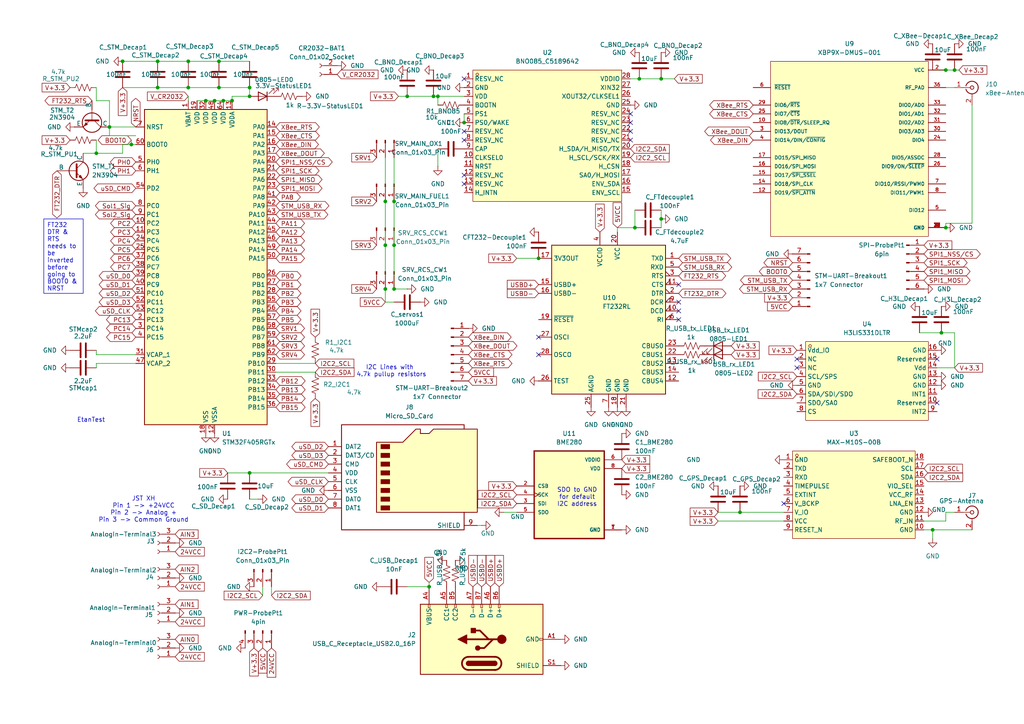
<source format=kicad_sch>
(kicad_sch (version 20250114) (generator "eeschema") (generator_version "9.0")
  (paper "A4")
  (text "EtanTest" (at 26.416 121.92 0) (effects (font (size 1.27 1.27))))
  (text "I2C Lines with \n4.7k pullup resistors" (at 113.538 107.696 0) (effects (font (size 1.27 1.27))))
  (text "JST XH\nPin 1 -> +24VCC\nPin 2 -> Analog +\nPin 3 -> Common Ground" (at 41.656 147.828 0) (effects (font (size 1.27 1.27))))
  (text "SDO to GND\nfor default\nI2C address" (at 167.386 144.272 0) (effects (font (size 1.27 1.27))))
  (text_box "FT232 DTR & RTS needs to be inverted before going to BOOT0 & NRST" (at 12.7 63.5 0) (size 11.43 21.59) (margins 0.9525 0.9525 0.9525 0.9525) (effects (font (size 1.27 1.27)) (justify left top)))
  (junction (at 127 27.94))
  (junction (at 214.63 148.59))
  (junction (at 63.5 25.4))
  (junction (at 114.3 58.42))
  (junction (at 59.69 29.21))
  (junction (at 72.39 25.4))
  (junction (at 72.39 27.94))
  (junction (at 64.77 29.21))
  (junction (at 67.31 29.21))
  (junction (at 156.21 74.93))
  (junction (at 274.32 20.32))
  (junction (at 111.76 83.82))
  (junction (at 184.15 66.04))
  (junction (at 114.3 71.12))
  (junction (at 54.61 17.78))
  (junction (at 63.5 17.78))
  (junction (at 270.51 153.67))
  (junction (at 72.39 137.16))
  (junction (at 134.62 35.56))
  (junction (at 118.11 27.94))
  (junction (at 62.23 29.21))
  (junction (at 185.42 22.86))
  (junction (at 111.76 58.42))
  (junction (at 31.75 36.83))
  (junction (at 191.77 63.5))
  (junction (at 191.77 22.86))
  (junction (at 45.72 17.78))
  (junction (at 27.94 44.45))
  (junction (at 38.1 41.91))
  (junction (at 111.76 71.12))
  (junction (at 124.46 170.18))
  (junction (at 273.05 96.52))
  (junction (at 54.61 25.4))
  (junction (at 274.32 66.04))
  (junction (at 35.56 17.78))
  (junction (at 125.73 27.94))
  (junction (at 276.86 20.32))
  (junction (at 45.72 25.4))
  (junction (at 114.3 83.82))
  (no_connect (at 196.85 92.71))
  (no_connect (at 156.21 97.79))
  (no_connect (at 134.62 50.8))
  (no_connect (at 182.88 40.64))
  (no_connect (at 271.78 104.14))
  (no_connect (at 134.62 40.64))
  (no_connect (at 182.88 38.1))
  (no_connect (at 134.62 53.34))
  (no_connect (at 182.88 33.02))
  (no_connect (at 182.88 35.56))
  (no_connect (at 231.14 104.14))
  (no_connect (at 196.85 82.55))
  (no_connect (at 134.62 22.86))
  (no_connect (at 271.78 116.84))
  (no_connect (at 134.62 38.1))
  (no_connect (at 227.33 146.05))
  (no_connect (at 196.85 87.63))
  (no_connect (at 196.85 90.17))
  (no_connect (at 156.21 102.87))
  (no_connect (at 231.14 106.68))
  (wire (pts (xy 91.44 105.41) (xy 80.01 105.41)))
  (wire (pts (xy 127 27.94) (xy 127 30.48)))
  (wire (pts (xy 134.62 33.02) (xy 134.62 35.56)))
  (wire (pts (xy 35.56 17.78) (xy 45.72 17.78)))
  (wire (pts (xy 45.72 25.4) (xy 54.61 25.4)))
  (wire (pts (xy 57.15 29.21) (xy 59.69 29.21)))
  (wire (pts (xy 138.43 152.4) (xy 139.7 152.4)))
  (wire (pts (xy 266.7 96.52) (xy 273.05 96.52)))
  (wire (pts (xy 24.13 44.45) (xy 27.94 44.45)))
  (wire (pts (xy 39.37 102.87) (xy 27.94 102.87)))
  (wire (pts (xy 27.94 40.64) (xy 27.94 44.45)))
  (wire (pts (xy 38.1 41.91) (xy 39.37 41.91)))
  (wire (pts (xy 179.07 66.04) (xy 179.07 67.31)))
  (wire (pts (xy 118.11 170.18) (xy 124.46 170.18)))
  (wire (pts (xy 27.94 105.41) (xy 39.37 105.41)))
  (wire (pts (xy 115.57 27.94) (xy 118.11 27.94)))
  (wire (pts (xy 185.42 22.86) (xy 191.77 22.86)))
  (wire (pts (xy 208.28 151.13) (xy 227.33 151.13)))
  (wire (pts (xy 274.32 25.4) (xy 276.86 25.4)))
  (wire (pts (xy 114.3 58.42) (xy 114.3 71.12)))
  (wire (pts (xy 149.86 74.93) (xy 156.21 74.93)))
  (wire (pts (xy 54.61 17.78) (xy 63.5 17.78)))
  (wire (pts (xy 114.3 45.72) (xy 114.3 58.42)))
  (wire (pts (xy 114.3 87.63) (xy 111.76 87.63)))
  (wire (pts (xy 276.86 96.52) (xy 276.86 106.68)))
  (wire (pts (xy 35.56 41.91) (xy 38.1 41.91)))
  (wire (pts (xy 281.94 64.77) (xy 274.32 64.77)))
  (wire (pts (xy 59.69 29.21) (xy 62.23 29.21)))
  (wire (pts (xy 274.32 148.59) (xy 274.32 151.13)))
  (wire (pts (xy 27.94 101.6) (xy 27.94 102.87)))
  (wire (pts (xy 111.76 71.12) (xy 111.76 83.82)))
  (wire (pts (xy 62.23 29.21) (xy 64.77 29.21)))
  (wire (pts (xy 118.11 27.94) (xy 125.73 27.94)))
  (wire (pts (xy 35.56 25.4) (xy 45.72 25.4)))
  (wire (pts (xy 191.77 63.5) (xy 191.77 66.04)))
  (wire (pts (xy 127 48.26) (xy 127 43.18)))
  (wire (pts (xy 184.15 66.04) (xy 179.07 66.04)))
  (wire (pts (xy 274.32 151.13) (xy 267.97 151.13)))
  (wire (pts (xy 64.77 29.21) (xy 67.31 29.21)))
  (wire (pts (xy 273.05 96.52) (xy 276.86 96.52)))
  (wire (pts (xy 66.04 137.16) (xy 72.39 137.16)))
  (wire (pts (xy 72.39 27.94) (xy 67.31 27.94)))
  (wire (pts (xy 45.72 17.78) (xy 54.61 17.78)))
  (wire (pts (xy 35.56 44.45) (xy 35.56 41.91)))
  (wire (pts (xy 278.13 20.32) (xy 276.86 20.32)))
  (wire (pts (xy 38.1 40.64) (xy 38.1 41.91)))
  (wire (pts (xy 76.2 170.18) (xy 76.2 172.72)))
  (wire (pts (xy 72.39 137.16) (xy 95.25 137.16)))
  (wire (pts (xy 127 27.94) (xy 134.62 27.94)))
  (wire (pts (xy 27.94 44.45) (xy 35.56 44.45)))
  (wire (pts (xy 63.5 17.78) (xy 72.39 17.78)))
  (wire (pts (xy 191.77 60.96) (xy 191.77 63.5)))
  (wire (pts (xy 111.76 45.72) (xy 111.76 58.42)))
  (wire (pts (xy 146.05 148.59) (xy 149.86 148.59)))
  (wire (pts (xy 27.94 29.21) (xy 31.75 29.21)))
  (wire (pts (xy 39.37 39.37) (xy 31.75 39.37)))
  (wire (pts (xy 31.75 29.21) (xy 31.75 36.83)))
  (wire (pts (xy 184.15 60.96) (xy 184.15 66.04)))
  (wire (pts (xy 125.73 27.94) (xy 127 27.94)))
  (wire (pts (xy 182.88 22.86) (xy 185.42 22.86)))
  (wire (pts (xy 78.74 170.18) (xy 78.74 172.72)))
  (wire (pts (xy 54.61 27.94) (xy 54.61 29.21)))
  (wire (pts (xy 111.76 58.42) (xy 111.76 71.12)))
  (wire (pts (xy 72.39 144.78) (xy 74.93 144.78)))
  (wire (pts (xy 114.3 71.12) (xy 114.3 83.82)))
  (wire (pts (xy 274.32 64.77) (xy 274.32 66.04)))
  (wire (pts (xy 111.76 87.63) (xy 111.76 83.82)))
  (wire (pts (xy 72.39 25.4) (xy 72.39 27.94)))
  (wire (pts (xy 276.86 106.68) (xy 271.78 106.68)))
  (wire (pts (xy 67.31 27.94) (xy 67.31 29.21)))
  (wire (pts (xy 270.51 153.67) (xy 270.51 156.21)))
  (wire (pts (xy 91.44 107.95) (xy 80.01 107.95)))
  (wire (pts (xy 39.37 36.83) (xy 31.75 36.83)))
  (wire (pts (xy 270.51 20.32) (xy 274.32 20.32)))
  (wire (pts (xy 27.94 105.41) (xy 27.94 106.68)))
  (wire (pts (xy 27.94 25.4) (xy 27.94 29.21)))
  (wire (pts (xy 118.11 83.82) (xy 114.3 83.82)))
  (wire (pts (xy 267.97 153.67) (xy 270.51 153.67)))
  (wire (pts (xy 214.63 148.59) (xy 227.33 148.59)))
  (wire (pts (xy 63.5 25.4) (xy 72.39 25.4)))
  (wire (pts (xy 31.75 39.37) (xy 31.75 36.83)))
  (wire (pts (xy 276.86 20.32) (xy 274.32 20.32)))
  (wire (pts (xy 54.61 25.4) (xy 63.5 25.4)))
  (wire (pts (xy 274.32 148.59) (xy 276.86 148.59)))
  (wire (pts (xy 124.46 168.91) (xy 124.46 170.18)))
  (wire (pts (xy 281.94 30.48) (xy 281.94 64.77)))
  (wire (pts (xy 195.58 22.86) (xy 191.77 22.86)))
  (wire (pts (xy 208.28 148.59) (xy 214.63 148.59)))
  (wire (pts (xy 270.51 153.67) (xy 281.94 153.67)))
  (global_label "BOOT0" (shape bidirectional) (at 38.1 40.64 180) (property "Intersheetrefs" "${INTERSHEET_REFS}" (effects (hide yes))))
  (global_label "5VCC" (shape input) (at 229.87 88.9 180) (property "Intersheetrefs" "${INTERSHEET_REFS}" (effects (hide yes))))
  (global_label "PC2" (shape bidirectional) (at 39.37 64.77 180) (property "Intersheetrefs" "${INTERSHEET_REFS}" (effects (hide yes))))
  (global_label "V+3.3" (shape input) (at 20.32 40.64 180) (property "Intersheetrefs" "${INTERSHEET_REFS}" (effects (hide yes))))
  (global_label "XBee_RTS" (shape bidirectional) (at 80.01 36.83 0) (property "Intersheetrefs" "${INTERSHEET_REFS}" (effects (hide yes))))
  (global_label "AIN1" (shape input) (at 50.8 175.26 0) (property "Intersheetrefs" "${INTERSHEET_REFS}" (effects (hide yes))))
  (global_label "I2C2_SCL" (shape input) (at 91.44 105.41 0) (property "Intersheetrefs" "${INTERSHEET_REFS}" (effects (hide yes))))
  (global_label "PC4" (shape bidirectional) (at 39.37 69.85 180) (property "Intersheetrefs" "${INTERSHEET_REFS}" (effects (hide yes))))
  (global_label "SRV4" (shape bidirectional) (at 80.01 102.87 0) (property "Intersheetrefs" "${INTERSHEET_REFS}" (effects (hide yes))))
  (global_label "uSD_D2" (shape bidirectional) (at 39.37 85.09 180) (property "Intersheetrefs" "${INTERSHEET_REFS}" (effects (hide yes))))
  (global_label "PA13" (shape bidirectional) (at 80.01 69.85 0) (property "Intersheetrefs" "${INTERSHEET_REFS}" (effects (hide yes))))
  (global_label "FT232_DTR" (shape bidirectional) (at 196.85 85.09 0) (property "Intersheetrefs" "${INTERSHEET_REFS}" (effects (hide yes))))
  (global_label "XBee_DOUT" (shape bidirectional) (at 135.89 100.33 0) (property "Intersheetrefs" "${INTERSHEET_REFS}" (effects (hide yes))))
  (global_label "USBD+" (shape input) (at 142.24 170.18 90) (property "Intersheetrefs" "${INTERSHEET_REFS}" (effects (hide yes))))
  (global_label "PC5" (shape bidirectional) (at 39.37 72.39 180) (property "Intersheetrefs" "${INTERSHEET_REFS}" (effects (hide yes))))
  (global_label "V+3.3" (shape input) (at 267.97 71.12 0) (property "Intersheetrefs" "${INTERSHEET_REFS}" (effects (hide yes))))
  (global_label "V+3.3" (shape input) (at 91.44 97.79 90) (property "Intersheetrefs" "${INTERSHEET_REFS}" (effects (hide yes))))
  (global_label "STM_USB_TX" (shape bidirectional) (at 80.01 62.23 0) (property "Intersheetrefs" "${INTERSHEET_REFS}" (effects (hide yes))))
  (global_label "uSD_CLK" (shape bidirectional) (at 95.25 139.7 180) (property "Intersheetrefs" "${INTERSHEET_REFS}" (effects (hide yes))))
  (global_label "V+3.3" (shape input) (at 180.34 133.35 0) (property "Intersheetrefs" "${INTERSHEET_REFS}" (effects (hide yes))))
  (global_label "STM_USB_RX" (shape bidirectional) (at 80.01 59.69 0) (property "Intersheetrefs" "${INTERSHEET_REFS}" (effects (hide yes))))
  (global_label "PB3" (shape bidirectional) (at 80.01 87.63 0) (property "Intersheetrefs" "${INTERSHEET_REFS}" (effects (hide yes))))
  (global_label "V+3.3" (shape input) (at 73.66 187.96 270) (property "Intersheetrefs" "${INTERSHEET_REFS}" (effects (hide yes))))
  (global_label "NRST" (shape bidirectional) (at 229.87 76.2 180) (property "Intersheetrefs" "${INTERSHEET_REFS}" (effects (hide yes))))
  (global_label "uSD_CMD" (shape bidirectional) (at 39.37 54.61 180) (property "Intersheetrefs" "${INTERSHEET_REFS}" (effects (hide yes))))
  (global_label "V+3.3" (shape input) (at 35.56 25.4 270) (property "Intersheetrefs" "${INTERSHEET_REFS}" (effects (hide yes))))
  (global_label "PB0" (shape bidirectional) (at 80.01 80.01 0) (property "Intersheetrefs" "${INTERSHEET_REFS}" (effects (hide yes))))
  (global_label "SRV2" (shape input) (at 109.22 58.42 180) (property "Intersheetrefs" "${INTERSHEET_REFS}" (effects (hide yes))))
  (global_label "24VCC" (shape input) (at 50.8 190.5 0) (property "Intersheetrefs" "${INTERSHEET_REFS}" (effects (hide yes))))
  (global_label "V+3.3" (shape input) (at 115.57 27.94 180) (property "Intersheetrefs" "${INTERSHEET_REFS}" (effects (hide yes))))
  (global_label "PC7" (shape bidirectional) (at 39.37 77.47 180) (property "Intersheetrefs" "${INTERSHEET_REFS}" (effects (hide yes))))
  (global_label "SPI1_SCK" (shape bidirectional) (at 267.97 76.2 0) (property "Intersheetrefs" "${INTERSHEET_REFS}" (effects (hide yes))))
  (global_label "PC6" (shape bidirectional) (at 39.37 74.93 180) (property "Intersheetrefs" "${INTERSHEET_REFS}" (effects (hide yes))))
  (global_label "5VCC" (shape input) (at 124.46 168.91 90) (property "Intersheetrefs" "${INTERSHEET_REFS}" (effects (hide yes))))
  (global_label "PB5" (shape bidirectional) (at 80.01 92.71 0) (property "Intersheetrefs" "${INTERSHEET_REFS}" (effects (hide yes))))
  (global_label "USBD-" (shape input) (at 137.16 170.18 90) (property "Intersheetrefs" "${INTERSHEET_REFS}" (effects (hide yes))))
  (global_label "V+3.3" (shape input) (at 135.89 110.49 0) (property "Intersheetrefs" "${INTERSHEET_REFS}" (effects (hide yes))))
  (global_label "SPI1_NSS{slash}CS" (shape bidirectional) (at 267.97 73.66 0) (property "Intersheetrefs" "${INTERSHEET_REFS}" (effects (hide yes))))
  (global_label "V+3.3" (shape input) (at 208.28 151.13 180) (property "Intersheetrefs" "${INTERSHEET_REFS}" (effects (hide yes))))
  (global_label "V+3.3" (shape input) (at 212.09 102.87 0) (property "Intersheetrefs" "${INTERSHEET_REFS}" (effects (hide yes))))
  (global_label "STM_USB_RX" (shape bidirectional) (at 196.85 77.47 0) (property "Intersheetrefs" "${INTERSHEET_REFS}" (effects (hide yes))))
  (global_label "PB4" (shape bidirectional) (at 80.01 90.17 0) (property "Intersheetrefs" "${INTERSHEET_REFS}" (effects (hide yes))))
  (global_label "24VCC" (shape input) (at 50.8 160.02 0) (property "Intersheetrefs" "${INTERSHEET_REFS}" (effects (hide yes))))
  (global_label "I2C2_SDA" (shape input) (at 78.74 172.72 0) (property "Intersheetrefs" "${INTERSHEET_REFS}" (effects (hide yes))))
  (global_label "SRV1" (shape input) (at 109.22 45.72 180) (property "Intersheetrefs" "${INTERSHEET_REFS}" (effects (hide yes))))
  (global_label "V+3.3" (shape input) (at 173.99 67.31 90) (property "Intersheetrefs" "${INTERSHEET_REFS}" (effects (hide yes))))
  (global_label "uSD_D0" (shape bidirectional) (at 39.37 80.01 180) (property "Intersheetrefs" "${INTERSHEET_REFS}" (effects (hide yes))))
  (global_label "uSD_CLK" (shape bidirectional) (at 39.37 90.17 180) (property "Intersheetrefs" "${INTERSHEET_REFS}" (effects (hide yes))))
  (global_label "V+3.3" (shape input) (at 149.86 74.93 180) (property "Intersheetrefs" "${INTERSHEET_REFS}" (effects (hide yes))))
  (global_label "24VCC" (shape input) (at 50.8 170.18 0) (property "Intersheetrefs" "${INTERSHEET_REFS}" (effects (hide yes))))
  (global_label "V+3.3" (shape input) (at 276.86 106.68 0) (property "Intersheetrefs" "${INTERSHEET_REFS}" (effects (hide yes))))
  (global_label "I2C2_SCL" (shape input) (at 76.2 172.72 180) (property "Intersheetrefs" "${INTERSHEET_REFS}" (effects (hide yes))))
  (global_label "SRV3" (shape bidirectional) (at 80.01 100.33 0) (property "Intersheetrefs" "${INTERSHEET_REFS}" (effects (hide yes))))
  (global_label "PH0" (shape bidirectional) (at 39.37 46.99 180) (property "Intersheetrefs" "${INTERSHEET_REFS}" (effects (hide yes))))
  (global_label "uSD_D2" (shape bidirectional) (at 95.25 129.54 180) (property "Intersheetrefs" "${INTERSHEET_REFS}" (effects (hide yes))))
  (global_label "I2C2_SCL" (shape input) (at 231.14 109.22 180) (property "Intersheetrefs" "${INTERSHEET_REFS}" (effects (hide yes))))
  (global_label "I2C2_SCL" (shape input) (at 182.88 45.72 0) (property "Intersheetrefs" "${INTERSHEET_REFS}" (effects (hide yes))))
  (global_label "SRV1" (shape bidirectional) (at 80.01 95.25 0) (property "Intersheetrefs" "${INTERSHEET_REFS}" (effects (hide yes))))
  (global_label "I2C2_SCL" (shape input) (at 267.97 135.89 0) (property "Intersheetrefs" "${INTERSHEET_REFS}" (effects (hide yes))))
  (global_label "FT232_RTS" (shape bidirectional) (at 196.85 80.01 0) (property "Intersheetrefs" "${INTERSHEET_REFS}" (effects (hide yes))))
  (global_label "PA15" (shape bidirectional) (at 80.01 74.93 0) (property "Intersheetrefs" "${INTERSHEET_REFS}" (effects (hide yes))))
  (global_label "XBee_RTS" (shape bidirectional) (at 135.89 105.41 0) (property "Intersheetrefs" "${INTERSHEET_REFS}" (effects (hide yes))))
  (global_label "STM_USB_TX" (shape bidirectional) (at 229.87 81.28 180) (property "Intersheetrefs" "${INTERSHEET_REFS}" (effects (hide yes))))
  (global_label "STM_USB_RX" (shape bidirectional) (at 229.87 83.82 180) (property "Intersheetrefs" "${INTERSHEET_REFS}" (effects (hide yes))))
  (global_label "Sol1_Sig" (shape bidirectional) (at 39.37 59.69 180) (property "Intersheetrefs" "${INTERSHEET_REFS}" (effects (hide yes))))
  (global_label "V+3.3" (shape input) (at 180.34 135.89 0) (property "Intersheetrefs" "${INTERSHEET_REFS}" (effects (hide yes))))
  (global_label "I2C2_SCL" (shape input) (at 149.86 143.51 180) (property "Intersheetrefs" "${INTERSHEET_REFS}" (effects (hide yes))))
  (global_label "PB15" (shape bidirectional) (at 80.01 118.11 0) (property "Intersheetrefs" "${INTERSHEET_REFS}" (effects (hide yes))))
  (global_label "XBee_CTS" (shape bidirectional) (at 135.89 102.87 0) (property "Intersheetrefs" "${INTERSHEET_REFS}" (effects (hide yes))))
  (global_label "I2C2_SDA" (shape input) (at 267.97 138.43 0) (property "Intersheetrefs" "${INTERSHEET_REFS}" (effects (hide yes))))
  (global_label "V+3.3" (shape input) (at 231.14 101.6 180) (property "Intersheetrefs" "${INTERSHEET_REFS}" (effects (hide yes))))
  (global_label "XBee_CTS" (shape bidirectional) (at 218.44 33.02 180) (property "Intersheetrefs" "${INTERSHEET_REFS}" (effects (hide yes))))
  (global_label "5VCC" (shape input) (at 76.2 187.96 270) (property "Intersheetrefs" "${INTERSHEET_REFS}" (effects (hide yes))))
  (global_label "V+3.3" (shape input) (at 195.58 22.86 0) (property "Intersheetrefs" "${INTERSHEET_REFS}" (effects (hide yes))))
  (global_label "USBD+" (shape input) (at 144.78 170.18 90) (property "Intersheetrefs" "${INTERSHEET_REFS}" (effects (hide yes))))
  (global_label "AIN3" (shape input) (at 50.8 154.94 0) (property "Intersheetrefs" "${INTERSHEET_REFS}" (effects (hide yes))))
  (global_label "V+3.3" (shape input) (at 91.44 115.57 270) (property "Intersheetrefs" "${INTERSHEET_REFS}" (effects (hide yes))))
  (global_label "PB12" (shape bidirectional) (at 80.01 110.49 0) (property "Intersheetrefs" "${INTERSHEET_REFS}" (effects (hide yes))))
  (global_label "V+3.3" (shape input) (at 208.28 148.59 180) (property "Intersheetrefs" "${INTERSHEET_REFS}" (effects (hide yes))))
  (global_label "PB2" (shape bidirectional) (at 80.01 85.09 0) (property "Intersheetrefs" "${INTERSHEET_REFS}" (effects (hide yes))))
  (global_label "SPI1_MISO" (shape bidirectional) (at 80.01 52.07 0) (property "Intersheetrefs" "${INTERSHEET_REFS}" (effects (hide yes))))
  (global_label "XBee_DOUT" (shape bidirectional) (at 80.01 44.45 0) (property "Intersheetrefs" "${INTERSHEET_REFS}" (effects (hide yes))))
  (global_label "24VCC" (shape input) (at 50.8 180.34 0) (property "Intersheetrefs" "${INTERSHEET_REFS}" (effects (hide yes))))
  (global_label "I2C2_SDA" (shape input) (at 231.14 114.3 180) (property "Intersheetrefs" "${INTERSHEET_REFS}" (effects (hide yes))))
  (global_label "PB1" (shape bidirectional) (at 80.01 82.55 0) (property "Intersheetrefs" "${INTERSHEET_REFS}" (effects (hide yes))))
  (global_label "PA11" (shape bidirectional) (at 80.01 64.77 0) (property "Intersheetrefs" "${INTERSHEET_REFS}" (effects (hide yes))))
  (global_label "V+3.3" (shape input) (at 66.04 137.16 180) (property "Intersheetrefs" "${INTERSHEET_REFS}" (effects (hide yes))))
  (global_label "V_CR2032" (shape input) (at 54.61 27.94 180) (property "Intersheetrefs" "${INTERSHEET_REFS}" (effects (hide yes))))
  (global_label "uSD_D1" (shape bidirectional) (at 39.37 82.55 180) (property "Intersheetrefs" "${INTERSHEET_REFS}" (effects (hide yes))))
  (global_label "SPI1_MOSI" (shape bidirectional) (at 267.97 81.28 0) (property "Intersheetrefs" "${INTERSHEET_REFS}" (effects (hide yes))))
  (global_label "NRST" (shape bidirectional) (at 39.37 36.83 90) (property "Intersheetrefs" "${INTERSHEET_REFS}" (effects (hide yes))))
  (global_label "XBee_DIN" (shape bidirectional) (at 218.44 40.64 180) (property "Intersheetrefs" "${INTERSHEET_REFS}" (effects (hide yes))))
  (global_label "PA14" (shape bidirectional) (at 80.01 72.39 0) (property "Intersheetrefs" "${INTERSHEET_REFS}" (effects (hide yes))))
  (global_label "STM_USB_TX" (shape bidirectional) (at 196.85 74.93 0) (property "Intersheetrefs" "${INTERSHEET_REFS}" (effects (hide yes))))
  (global_label "uSD_CMD" (shape bidirectional) (at 95.25 134.62 180) (property "Intersheetrefs" "${INTERSHEET_REFS}" (effects (hide yes))))
  (global_label "I2C2_SDA" (shape input) (at 182.88 43.18 0) (property "Intersheetrefs" "${INTERSHEET_REFS}" (effects (hide yes))))
  (global_label "SPI1_MISO" (shape bidirectional) (at 267.97 78.74 0) (property "Intersheetrefs" "${INTERSHEET_REFS}" (effects (hide yes))))
  (global_label "SPI1_SCK" (shape bidirectional) (at 80.01 49.53 0) (property "Intersheetrefs" "${INTERSHEET_REFS}" (effects (hide yes))))
  (global_label "V_CR2032" (shape input) (at 97.79 21.59 0) (property "Intersheetrefs" "${INTERSHEET_REFS}" (effects (hide yes))))
  (global_label "BOOT0" (shape bidirectional) (at 229.87 78.74 180) (property "Intersheetrefs" "${INTERSHEET_REFS}" (effects (hide yes))))
  (global_label "5VCC" (shape input) (at 179.07 66.04 90) (property "Intersheetrefs" "${INTERSHEET_REFS}" (effects (hide yes))))
  (global_label "SPI1_MOSI" (shape bidirectional) (at 80.01 54.61 0) (property "Intersheetrefs" "${INTERSHEET_REFS}" (effects (hide yes))))
  (global_label "PC15" (shape bidirectional) (at 39.37 97.79 180) (property "Intersheetrefs" "${INTERSHEET_REFS}" (effects (hide yes))))
  (global_label "AIN0" (shape input) (at 50.8 185.42 0) (property "Intersheetrefs" "${INTERSHEET_REFS}" (effects (hide yes))))
  (global_label "FT232_DTR" (shape bidirectional) (at 16.51 49.53 270) (property "Intersheetrefs" "${INTERSHEET_REFS}" (effects (hide yes))))
  (global_label "V+3.3" (shape input) (at 149.86 140.97 180) (property "Intersheetrefs" "${INTERSHEET_REFS}" (effects (hide yes))))
  (global_label "I2C2_SDA" (shape input) (at 149.86 146.05 180) (property "Intersheetrefs" "${INTERSHEET_REFS}" (effects (hide yes))))
  (global_label "PB13" (shape bidirectional) (at 80.01 113.03 0) (property "Intersheetrefs" "${INTERSHEET_REFS}" (effects (hide yes))))
  (global_label "V+3.3" (shape input) (at 229.87 86.36 180) (property "Intersheetrefs" "${INTERSHEET_REFS}" (effects (hide yes))))
  (global_label "uSD_D3" (shape bidirectional) (at 39.37 87.63 180) (property "Intersheetrefs" "${INTERSHEET_REFS}" (effects (hide yes))))
  (global_label "USBD-" (shape input) (at 156.21 85.09 180) (property "Intersheetrefs" "${INTERSHEET_REFS}" (effects (hide yes))))
  (global_label "USBD+" (shape input) (at 156.21 82.55 180) (property "Intersheetrefs" "${INTERSHEET_REFS}" (effects (hide yes))))
  (global_label "5VCC" (shape input) (at 135.89 107.95 0) (property "Intersheetrefs" "${INTERSHEET_REFS}" (effects (hide yes))))
  (global_label "FT232_RTS" (shape bidirectional) (at 26.67 29.21 180) (property "Intersheetrefs" "${INTERSHEET_REFS}" (effects (hide yes))))
  (global_label "V+3.3" (shape input) (at 20.32 25.4 180) (property "Intersheetrefs" "${INTERSHEET_REFS}" (effects (hide yes))))
  (global_label "PC13" (shape bidirectional) (at 39.37 92.71 180) (property "Intersheetrefs" "${INTERSHEET_REFS}" (effects (hide yes))))
  (global_label "V+3.3" (shape input) (at 212.09 100.33 0) (property "Intersheetrefs" "${INTERSHEET_REFS}" (effects (hide yes))))
  (global_label "5VCC" (shape input) (at 111.76 87.63 180) (property "Intersheetrefs" "${INTERSHEET_REFS}" (effects (hide yes))))
  (global_label "24VCC" (shape input) (at 78.74 187.96 270) (property "Intersheetrefs" "${INTERSHEET_REFS}" (effects (hide yes))))
  (global_label "uSD_D0" (shape bidirectional) (at 95.25 144.78 180) (property "Intersheetrefs" "${INTERSHEET_REFS}" (effects (hide yes))))
  (global_label "XBee_DIN" (shape bidirectional) (at 135.89 97.79 0) (property "Intersheetrefs" "${INTERSHEET_REFS}" (effects (hide yes))))
  (global_label "uSD_D3" (shape bidirectional) (at 95.25 132.08 180) (property "Intersheetrefs" "${INTERSHEET_REFS}" (effects (hide yes))))
  (global_label "XBee_RTS" (shape bidirectional) (at 218.44 30.48 180) (property "Intersheetrefs" "${INTERSHEET_REFS}" (effects (hide yes))))
  (global_label "XBee_CTS" (shape bidirectional) (at 80.01 39.37 0) (property "Intersheetrefs" "${INTERSHEET_REFS}" (effects (hide yes))))
  (global_label "SRV4" (shape input) (at 109.22 83.82 180) (property "Intersheetrefs" "${INTERSHEET_REFS}" (effects (hide yes))))
  (global_label "USBD-" (shape input) (at 139.7 170.18 90) (property "Intersheetrefs" "${INTERSHEET_REFS}" (effects (hide yes))))
  (global_label "SRV3" (shape input) (at 109.22 71.12 180) (property "Intersheetrefs" "${INTERSHEET_REFS}" (effects (hide yes))))
  (global_label "PA12" (shape bidirectional) (at 80.01 67.31 0) (property "Intersheetrefs" "${INTERSHEET_REFS}" (effects (hide yes))))
  (global_label "SRV2" (shape bidirectional) (at 80.01 97.79 0) (property "Intersheetrefs" "${INTERSHEET_REFS}" (effects (hide yes))))
  (global_label "PH1" (shape bidirectional) (at 39.37 49.53 180) (property "Intersheetrefs" "${INTERSHEET_REFS}" (effects (hide yes))))
  (global_label "XBee_DIN" (shape bidirectional) (at 80.01 41.91 0) (property "Intersheetrefs" "${INTERSHEET_REFS}" (effects (hide yes))))
  (global_label "PA8" (shape bidirectional) (at 80.01 57.15 0) (property "Intersheetrefs" "${INTERSHEET_REFS}" (effects (hide yes))))
  (global_label "V+3.3" (shape input) (at 278.13 20.32 0) (property "Intersheetrefs" "${INTERSHEET_REFS}" (effects (hide yes))))
  (global_label "I2C2_SDA" (shape input) (at 91.44 107.95 0) (property "Intersheetrefs" "${INTERSHEET_REFS}" (effects (hide yes))))
  (global_label "Sol2_Sig" (shape bidirectional) (at 39.37 62.23 180) (property "Intersheetrefs" "${INTERSHEET_REFS}" (effects (hide yes))))
  (global_label "SPI1_NSS{slash}CS" (shape bidirectional) (at 80.01 46.99 0) (property "Intersheetrefs" "${INTERSHEET_REFS}" (effects (hide yes))))
  (global_label "AIN2" (shape input) (at 50.8 165.1 0) (property "Intersheetrefs" "${INTERSHEET_REFS}" (effects (hide yes))))
  (global_label "PB14" (shape bidirectional) (at 80.01 115.57 0) (property "Intersheetrefs" "${INTERSHEET_REFS}" (effects (hide yes))))
  (global_label "PC14" (shape bidirectional) (at 39.37 95.25 180) (property "Intersheetrefs" "${INTERSHEET_REFS}" (effects (hide yes))))
  (global_label "PC3" (shape bidirectional) (at 39.37 67.31 180) (property "Intersheetrefs" "${INTERSHEET_REFS}" (effects (hide yes))))
  (global_label "XBee_DOUT" (shape bidirectional) (at 218.44 38.1 180) (property "Intersheetrefs" "${INTERSHEET_REFS}" (effects (hide yes))))
  (global_label "uSD_D1" (shape bidirectional) (at 95.25 147.32 180) (property "Intersheetrefs" "${INTERSHEET_REFS}" (effects (hide yes))))
  (symbol (lib_id "power:GND") (at 180.34 143.51 90) (unit 1)
    (property "Reference" "#PWR049" (effects (hide yes)))
    (property "Value" "GND" (at 184.15 143.5099 90) (effects (justify right)))
    (property "Description" "Power symbol creates a global label with name \"GND\" , ground" (effects (hide yes)))
  )
  (symbol (lib_id "Device:C") (at 214.63 144.78 0) (unit 1)
    (property "Reference" "C_GPS_Decap2" (at 212.344 138.938 0) (effects (justify left)))
    (property "Value" "100nF" (at 217.932 142.494 0) (effects (justify left)))
    (property "Footprint" "Capacitor_SMD:C_0603_1608Metric_Pad1.08x0.95mm_HandSolder" (effects (hide yes)))
    (property "Description" "Unpolarized capacitor" (effects (hide yes)))
  )
  (symbol (lib_id "Device:C") (at 72.39 140.97 180) (unit 1)
    (property "Reference" "C_SD_Decap2" (at 83.82 147.066 0) (effects (justify left)))
    (property "Value" "10uF" (at 79.502 140.97 0) (effects (justify left)))
    (property "Footprint" "Capacitor_SMD:C_0603_1608Metric_Pad1.08x0.95mm_HandSolder" (effects (hide yes)))
    (property "Description" "Unpolarized capacitor" (effects (hide yes)))
  )
  (symbol (lib_id "power:GND") (at 182.88 30.48 90) (unit 1)
    (property "Reference" "#PWR016" (effects (hide yes)))
    (property "Value" "GND" (at 186.69 30.4799 90) (effects (justify right)))
    (property "Description" "Power symbol creates a global label with name \"GND\" , ground" (effects (hide yes)))
  )
  (symbol (lib_id "power:GND") (at 273.05 88.9 90) (unit 1)
    (property "Reference" "#PWR060" (effects (hide yes)))
    (property "Value" "GND" (at 276.86 88.8999 90) (effects (justify right)))
    (property "Description" "Power symbol creates a global label with name \"GND\" , ground" (effects (hide yes)))
  )
  (symbol (lib_id "power:GND") (at 87.63 27.94 90) (unit 1)
    (property "Reference" "#PWR043" (effects (hide yes)))
    (property "Value" "GND" (at 91.44 27.9399 90) (effects (justify right)))
    (property "Description" "Power symbol creates a global label with name \"GND\" , ground" (effects (hide yes)))
  )
  (symbol (lib_id "power:GND") (at 274.32 66.04 90) (unit 1)
    (property "Reference" "#PWR028" (effects (hide yes)))
    (property "Value" "GND" (at 278.13 66.0399 90) (effects (justify right)))
    (property "Description" "Power symbol creates a global label with name \"GND\" , ground" (effects (hide yes)))
  )
  (symbol (lib_id "Device:C") (at 187.96 60.96 90) (unit 1)
    (property "Reference" "C_FTdecouple1" (at 194.31 57.15 90))
    (property "Value" "100nF" (at 194.31 59.69 90))
    (property "Footprint" "Capacitor_SMD:C_0805_2012Metric_Pad1.18x1.45mm_HandSolder" (effects (hide yes)))
    (property "Description" "Unpolarized capacitor" (effects (hide yes)))
  )
  (symbol (lib_id "Device:C") (at 66.04 140.97 180) (unit 1)
    (property "Reference" "C_SD_Decap1" (at 68.326 146.812 0) (effects (justify left)))
    (property "Value" "100nF" (at 63.246 141.224 0) (effects (justify left)))
    (property "Footprint" "Capacitor_SMD:C_0603_1608Metric_Pad1.08x0.95mm_HandSolder" (effects (hide yes)))
    (property "Description" "Unpolarized capacitor" (effects (hide yes)))
  )
  (symbol (lib_id "Device:C") (at 35.56 21.59 0) (unit 1)
    (property "Reference" "C_STM_Decap1" (at 28.702 13.716 0) (effects (justify left)))
    (property "Value" "100nF" (at 30.734 21.59 0) (effects (justify left)))
    (property "Footprint" "Capacitor_SMD:C_0603_1608Metric_Pad1.08x0.95mm_HandSolder" (effects (hide yes)))
    (property "Description" "Unpolarized capacitor" (effects (hide yes)))
  )
  (symbol (lib_id "Connector:Conn_Coaxial") (at 281.94 148.59 0) (unit 1)
    (property "Reference" "J7" (at 281.94 143.764 0))
    (property "Value" "GPS-Antenna" (at 278.892 145.288 0))
    (property "Footprint" "Connector_Coaxial:SMA_Amphenol_901-144_Vertical" (effects (hide yes)))
    (property "Description" "coaxial connector (BNC, SMA, SMB, SMC, Cinch/RCA, LEMO, ...)" (effects (hide yes)))
    (property "MF" "Molex" (effects (hide yes)))
    (property "MAXIMUM_PACKAGE_HEIGHT" "9.655mm" (effects (hide yes)))
    (property "Package" "None" (effects (hide yes)))
    (property "Price" "None" (effects (hide yes)))
    (property "Check_prices" "https://www.snapeda.com/parts/732511350/Molex/view-part/?ref=eda" (effects (hide yes)))
    (property "STANDARD" "Manufacturer Recommendations" (effects (hide yes)))
    (property "PARTREV" "C4" (effects (hide yes)))
    (property "SnapEDA_Link" "https://www.snapeda.com/parts/732511350/Molex/view-part/?ref=snap" (effects (hide yes)))
    (property "MP" "732511350" (effects (hide yes)))
    (property "Description_1" "SMA Connector Jack, Female Socket 50 Ohms Surface Mount Solder" (effects (hide yes)))
    (property "Availability" "In Stock" (effects (hide yes)))
    (property "MANUFACTURER" "Molex" (effects (hide yes)))
  )
  (symbol (lib_id "Device:C") (at 180.34 129.54 0) (unit 1)
    (property "Reference" "C1_BME280" (at 184.15 128.2699 0) (effects (justify left)))
    (property "Value" "100nF" (at 184.15 130.8099 0) (effects (justify left)))
    (property "Footprint" "Capacitor_SMD:C_0805_2012Metric_Pad1.18x1.45mm_HandSolder" (effects (hide yes)))
    (property "Description" "Unpolarized capacitor" (effects (hide yes)))
  )
  (symbol (lib_id "power:GND") (at 62.23 125.73 0) (unit 1)
    (property "Reference" "#PWR06" (effects (hide yes)))
    (property "Value" "GND" (at 62.23 130.81 0))
    (property "Description" "Power symbol creates a global label with name \"GND\" , ground" (effects (hide yes)))
  )
  (symbol (lib_id "BME280:BME280") (at 165.1 143.51 0) (unit 1)
    (property "Reference" "U11" (at 165.1 125.73 0))
    (property "Value" "BME280" (at 165.1 128.27 0))
    (property "Footprint" "BME280:PSON65P250X250X100-8N" (effects (hide yes)))
    (property "MF" "Bosch" (effects (hide yes)))
    (property "DESCRIPTION" "Integrated pressure, humidity and temperature sensor; 8-pin 2.5x2.5x0.93mm LGA" (effects (hide yes)))
    (property "PACKAGE" "LGA-8 Bosch" (effects (hide yes)))
    (property "PRICE" "4.94 USD" (effects (hide yes)))
    (property "Package" "LGA-8 Bosch" (effects (hide yes)))
    (property "Check_prices" "https://www.snapeda.com/parts/BME280/Bosch/view-part/?ref=eda" (effects (hide yes)))
    (property "STANDARD" "IPC-7351B" (effects (hide yes)))
    (property "SnapEDA_Link" "https://www.snapeda.com/parts/BME280/Bosch/view-part/?ref=snap" (effects (hide yes)))
    (property "MP" "BME280" (effects (hide yes)))
    (property "Price" "None" (effects (hide yes)))
    (property "Availability" "In Stock" (effects (hide yes)))
    (property "AVAILABILITY" "Good" (effects (hide yes)))
    (property "Description_1" "Board Mount Humidity Sensors MEMS humidity, pressure and temperature sensor" (effects (hide yes)))
  )
  (symbol (lib_id "Connector:Conn_01x03_Pin") (at 111.76 78.74 270) (unit 1)
    (property "Reference" "SRV_RCS_CW1" (at 123.19 78.232 90))
    (property "Value" "Conn_01x03_Pin" (at 123.19 80.772 90))
    (property "Footprint" "Connector_PinHeader_2.54mm:PinHeader_1x03_P2.54mm_Vertical" (effects (hide yes)))
    (property "Description" "Generic connector, single row, 01x03, script generated" (effects (hide yes)))
  )
  (symbol (lib_id "Connector:Conn_01x03_Socket") (at 45.72 167.64 180) (unit 1)
    (property "Reference" "J4" (at 43.434 167.386 0))
    (property "Value" "AnalogIn-Terminal2" (at 35.814 165.354 0))
    (property "Footprint" "Connector_JST:JST_XH_B3B-XH-AM_1x03_P2.50mm_Vertical" (effects (hide yes)))
    (property "Description" "Generic connector, single row, 01x03, script generated" (effects (hide yes)))
  )
  (symbol (lib_id "power:GND") (at 266.7 88.9 270) (unit 1)
    (property "Reference" "#PWR059" (effects (hide yes)))
    (property "Value" "GND" (at 262.89 88.8999 90) (effects (justify right)))
    (property "Description" "Power symbol creates a global label with name \"GND\" , ground" (effects (hide yes)))
  )
  (symbol (lib_id "power:GND") (at 271.78 111.76 90) (unit 1)
    (property "Reference" "#PWR018" (effects (hide yes)))
    (property "Value" "GND" (at 275.59 111.7599 90) (effects (justify right)))
    (property "Description" "Power symbol creates a global label with name \"GND\" , ground" (effects (hide yes)))
  )
  (symbol (lib_id "Device:C") (at 273.05 92.71 0) (unit 1)
    (property "Reference" "C_H3L_Decap2" (at 270.764 86.868 0) (effects (justify left)))
    (property "Value" "100nF" (at 276.352 90.424 0) (effects (justify left)))
    (property "Footprint" "Capacitor_SMD:C_0603_1608Metric_Pad1.08x0.95mm_HandSolder" (effects (hide yes)))
    (property "Description" "Unpolarized capacitor" (effects (hide yes)))
  )
  (symbol (lib_id "power:GND") (at 176.53 118.11 0) (unit 1)
    (property "Reference" "#PWR039" (effects (hide yes)))
    (property "Value" "GND" (at 176.53 123.19 0))
    (property "Description" "Power symbol creates a global label with name \"GND\" , ground" (effects (hide yes)))
  )
  (symbol (lib_id "Device:R_US") (at 83.82 27.94 270) (unit 1)
    (property "Reference" "R-3.3V-StatusLED1" (at 95.758 30.734 90))
    (property "Value" "1k" (at 84.074 30.48 90))
    (property "Footprint" "LED_SMD:LED_0805_2012Metric_Pad1.15x1.40mm_HandSolder" (effects (hide yes)))
    (property "Description" "Resistor, US symbol" (effects (hide yes)))
  )
  (symbol (lib_id "Device:C") (at 118.11 24.13 0) (unit 1)
    (property "Reference" "C_BNO_Decap1" (at 108.458 18.034 0) (effects (justify left)))
    (property "Value" "100nF" (at 111.252 22.352 0) (effects (justify left)))
    (property "Footprint" "Capacitor_SMD:C_0603_1608Metric_Pad1.08x0.95mm_HandSolder" (effects (hide yes)))
    (property "Description" "Unpolarized capacitor" (effects (hide yes)))
  )
  (symbol (lib_id "Device:C") (at 130.81 43.18 90) (unit 1)
    (property "Reference" "C1" (at 130.81 35.56 90))
    (property "Value" "100nF" (at 130.81 38.1 90))
    (property "Description" "Unpolarized capacitor" (effects (hide yes)))
  )
  (symbol (lib_id "Device:LED") (at 208.28 100.33 0) (unit 1)
    (property "Reference" "USB_tx_LED1" (at 211.328 95.758 0))
    (property "Value" "0805-LED1" (at 211.328 98.298 0))
    (property "Footprint" "LED_SMD:LED_0805_2012Metric_Pad1.15x1.40mm_HandSolder" (effects (hide yes)))
    (property "Description" "Light emitting diode" (effects (hide yes)))
    (property "Sim.Pins" "1=K 2=A" (effects (hide yes)))
  )
  (symbol (lib_id "power:GND") (at 227.33 133.35 270) (unit 1)
    (property "Reference" "#PWR020" (effects (hide yes)))
    (property "Value" "GND" (at 203.2 133.3499 90) (effects (justify right)))
    (property "Description" "Power symbol creates a global label with name \"GND\" , ground" (effects (hide yes)))
  )
  (symbol (lib_id "Device:R_US") (at 200.66 102.87 90) (unit 1)
    (property "Reference" "R_USB_rx_LED1" (at 200.66 104.902 90))
    (property "Value" "1k" (at 200.66 107.442 90))
    (property "Footprint" "Resistor_SMD:R_0805_2012Metric_Pad1.20x1.40mm_HandSolder" (effects (hide yes)))
    (property "Description" "Resistor, US symbol" (effects (hide yes)))
  )
  (symbol (lib_id "Device:C") (at 114.3 170.18 90) (unit 1)
    (property "Reference" "C_USB_Decap1" (at 114.3 162.56 90))
    (property "Value" "10nF" (at 114.3 165.1 90))
    (property "Footprint" "Capacitor_SMD:C_0805_2012Metric_Pad1.18x1.45mm_HandSolder" (effects (hide yes)))
    (property "Description" "Unpolarized capacitor" (effects (hide yes)))
  )
  (symbol (lib_id "Interface_USB:FT232RL") (at 176.53 92.71 0) (unit 1)
    (property "Reference" "U10" (at 174.752 86.36 0) (effects (justify left)))
    (property "Value" "FT232RL" (at 174.752 88.9 0) (effects (justify left)))
    (property "Footprint" "Package_SO:SSOP-28_5.3x10.2mm_P0.65mm" (effects (hide yes)))
    (property "Datasheet" "https://www.ftdichip.com/Support/Documents/DataSheets/ICs/DS_FT232R.pdf" (effects (hide yes)))
    (property "Description" "USB to Serial Interface, SSOP-28" (effects (hide yes)))
  )
  (symbol (lib_id "Device:C") (at 180.34 139.7 0) (unit 1)
    (property "Reference" "C2_BME280" (at 184.15 138.4299 0) (effects (justify left)))
    (property "Value" "100nF" (at 184.15 140.9699 0) (effects (justify left)))
    (property "Footprint" "Capacitor_SMD:C_0805_2012Metric_Pad1.18x1.45mm_HandSolder" (effects (hide yes)))
    (property "Description" "Unpolarized capacitor" (effects (hide yes)))
  )
  (symbol (lib_id "power:GND") (at 35.56 17.78 270) (unit 1)
    (property "Reference" "#PWR012" (effects (hide yes)))
    (property "Value" "GND" (at 31.75 17.7799 90) (effects (justify right)))
    (property "Description" "Power symbol creates a global label with name \"GND\" , ground" (effects (hide yes)))
  )
  (symbol (lib_id "power:GND") (at 270.51 12.7 270) (unit 1)
    (property "Reference" "#PWR057" (effects (hide yes)))
    (property "Value" "GND" (at 266.7 12.6999 90) (effects (justify right)))
    (property "Description" "Power symbol creates a global label with name \"GND\" , ground" (effects (hide yes)))
  )
  (symbol (lib_id "Connector:Conn_01x07_Pin") (at 130.81 102.87 0) (unit 1)
    (property "Reference" "STM-UART-Breakout2" (at 125.222 112.522 0))
    (property "Value" "1x7 Connector" (at 126.746 115.062 0))
    (property "Footprint" "Connector_PinHeader_2.54mm:PinHeader_1x05_P2.54mm_Vertical" (effects (hide yes)))
    (property "Description" "Generic connector, single row, 01x07, script generated" (effects (hide yes)))
  )
  (symbol (lib_id "Device:C") (at 276.86 16.51 0) (unit 1)
    (property "Reference" "C_XBee_Decap2" (at 274.574 10.668 0) (effects (justify left)))
    (property "Value" "100nF" (at 280.162 14.224 0) (effects (justify left)))
    (property "Footprint" "Capacitor_SMD:C_0603_1608Metric_Pad1.08x0.95mm_HandSolder" (effects (hide yes)))
    (property "Description" "Unpolarized capacitor" (effects (hide yes)))
  )
  (symbol (lib_id "Device:LED") (at 76.2 27.94 180) (unit 1)
    (property "Reference" "3.3V-StatusLED1" (at 82.296 24.892 0))
    (property "Value" "0805-LED0" (at 79.502 23.114 0))
    (property "Footprint" "LED_SMD:LED_0805_2012Metric_Pad1.15x1.40mm_HandSolder" (effects (hide yes)))
    (property "Description" "Light emitting diode" (effects (hide yes)))
    (property "Sim.Pins" "1=K 2=A" (effects (hide yes)))
  )
  (symbol (lib_id "Device:C") (at 208.28 144.78 0) (unit 1)
    (property "Reference" "C_GPS_Decap1" (at 196.85 138.684 0) (effects (justify left)))
    (property "Value" "10uF" (at 208.788 142.748 0) (effects (justify left)))
    (property "Footprint" "Capacitor_SMD:C_0603_1608Metric_Pad1.08x0.95mm_HandSolder" (effects (hide yes)))
    (property "Description" "Unpolarized capacitor" (effects (hide yes)))
  )
  (symbol (lib_id "Device:C") (at 125.73 24.13 0) (unit 1)
    (property "Reference" "C_BNO_Decap3" (at 120.396 16.256 0) (effects (justify left)))
    (property "Value" "10uF" (at 126.238 22.098 0) (effects (justify left)))
    (property "Footprint" "Capacitor_SMD:C_0603_1608Metric_Pad1.08x0.95mm_HandSolder" (effects (hide yes)))
    (property "Description" "Unpolarized capacitor" (effects (hide yes)))
  )
  (symbol (lib_id "power:GND") (at 162.56 185.42 90) (unit 1)
    (property "Reference" "#PWR025" (effects (hide yes)))
    (property "Value" "GND" (at 166.37 185.4199 90) (effects (justify right)))
    (property "Description" "Power symbol creates a global label with name \"GND\" , ground" (effects (hide yes)))
  )
  (symbol (lib_id "power:GND") (at 214.63 140.97 90) (unit 1)
    (property "Reference" "#PWR062" (effects (hide yes)))
    (property "Value" "GND" (at 218.44 140.9699 90) (effects (justify right)))
    (property "Description" "Power symbol creates a global label with name \"GND\" , ground" (effects (hide yes)))
  )
  (symbol (lib_id "power:GND") (at 95.25 142.24 270) (unit 1)
    (property "Reference" "#PWR029" (effects (hide yes)))
    (property "Value" "GND" (at 91.44 142.2399 90) (effects (justify right)))
    (property "Description" "Power symbol creates a global label with name \"GND\" , ground" (effects (hide yes)))
  )
  (symbol (lib_id "Device:C") (at 24.13 101.6 90) (unit 1)
    (property "Reference" "STMcap2" (at 24.13 95.504 90))
    (property "Value" "2.2uF" (at 24.13 97.536 90))
    (property "Footprint" "Capacitor_SMD:C_0603_1608Metric_Pad1.08x0.95mm_HandSolder" (effects (hide yes)))
    (property "Description" "Unpolarized capacitor" (effects (hide yes)))
  )
  (symbol (lib_id "Device:R_US") (at 24.13 40.64 90) (unit 1)
    (property "Reference" "R_STM_PU1" (at 22.606 44.704 90) (effects (justify left)))
    (property "Value" "4.7k" (at 18.288 42.926 90) (effects (justify left)))
    (property "Footprint" "Capacitor_SMD:C_0603_1608Metric_Pad1.08x0.95mm_HandSolder" (effects (hide yes)))
    (property "Description" "Resistor, US symbol" (effects (hide yes)))
  )
  (symbol (lib_id "easyeda2kicad:BNO085_C5189642") (at 160.02 40.64 0) (unit 1)
    (property "Reference" "U2" (at 158.75 15.24 0))
    (property "Value" "BNO085_C5189642" (at 158.75 17.78 0))
    (property "Footprint" "BNO085:IC_BNO085" (effects (hide yes)))
    (property "LCSC Part" "C5189642" (effects (hide yes)))
  )
  (symbol (lib_id "Device:C") (at 63.5 21.59 0) (unit 1)
    (property "Reference" "C_STM_Decap4" (at 57.912 16.256 0) (effects (justify left)))
    (property "Value" "100nF" (at 57.912 21.59 0) (effects (justify left)))
    (property "Footprint" "Capacitor_SMD:C_0603_1608Metric_Pad1.08x0.95mm_HandSolder" (effects (hide yes)))
    (property "Description" "Unpolarized capacitor" (effects (hide yes)))
  )
  (symbol (lib_id "Device:C") (at 72.39 21.59 0) (unit 1)
    (property "Reference" "C_STM_Decap5" (at 67.056 13.716 0) (effects (justify left)))
    (property "Value" "100nF" (at 67.564 21.59 0) (effects (justify left)))
    (property "Footprint" "Capacitor_SMD:C_0603_1608Metric_Pad1.08x0.95mm_HandSolder" (effects (hide yes)))
    (property "Description" "Unpolarized capacitor" (effects (hide yes)))
  )
  (symbol (lib_id "power:GND") (at 185.42 15.24 270) (unit 1)
    (property "Reference" "#PWR056" (effects (hide yes)))
    (property "Value" "GND" (at 181.61 15.2399 90) (effects (justify right)))
    (property "Description" "Power symbol creates a global label with name \"GND\" , ground" (effects (hide yes)))
  )
  (symbol (lib_id "Connector:Conn_01x07_Pin") (at 234.95 81.28 180) (unit 1)
    (property "Reference" "STM-UART-Breakout1" (at 236.22 80.0099 0) (effects (justify right)))
    (property "Value" "1x7 Connector" (at 236.22 82.5499 0) (effects (justify right)))
    (property "Footprint" "Connector_PinHeader_2.54mm:PinHeader_1x05_P2.54mm_Vertical" (effects (hide yes)))
    (property "Description" "Generic connector, single row, 01x07, script generated" (effects (hide yes)))
  )
  (symbol (lib_id "Connector:Conn_01x03_Pin") (at 111.76 66.04 270) (unit 1)
    (property "Reference" "SRV_RCS_CCW1" (at 122.682 67.564 90))
    (property "Value" "Conn_01x03_Pin" (at 122.682 70.104 90))
    (property "Footprint" "Connector_PinHeader_2.54mm:PinHeader_1x03_P2.54mm_Vertical" (effects (hide yes)))
    (property "Description" "Generic connector, single row, 01x03, script generated" (effects (hide yes)))
  )
  (symbol (lib_id "power:GND") (at 21.59 36.83 270) (unit 1)
    (property "Reference" "#PWR073" (effects (hide yes)))
    (property "Value" "GND" (at 17.78 36.8299 90) (effects (justify right)))
    (property "Description" "Power symbol creates a global label with name \"GND\" , ground" (effects (hide yes)))
  )
  (symbol (lib_id "power:GND") (at 125.73 20.32 270) (unit 1)
    (property "Reference" "#PWR014" (effects (hide yes)))
    (property "Value" "GND" (at 121.92 20.3199 90) (effects (justify right)))
    (property "Description" "Power symbol creates a global label with name \"GND\" , ground" (effects (hide yes)))
  )
  (symbol (lib_id "Device:C") (at 266.7 92.71 0) (unit 1)
    (property "Reference" "C_H3L_Decap1" (at 255.27 86.614 0) (effects (justify left)))
    (property "Value" "10uF" (at 267.208 90.678 0) (effects (justify left)))
    (property "Footprint" "Capacitor_SMD:C_0603_1608Metric_Pad1.08x0.95mm_HandSolder" (effects (hide yes)))
    (property "Description" "Unpolarized capacitor" (effects (hide yes)))
  )
  (symbol (lib_id "power:GND") (at 139.7 152.4 90) (unit 1)
    (property "Reference" "#PWR027" (effects (hide yes)))
    (property "Value" "GND" (at 139.446 154.686 90) (effects (justify right)))
    (property "Description" "Power symbol creates a global label with name \"GND\" , ground" (effects (hide yes)))
  )
  (symbol (lib_id "Device:C") (at 187.96 66.04 90) (unit 1)
    (property "Reference" "C_FTdecouple2" (at 197.104 67.31 90))
    (property "Value" "4.7uF" (at 197.104 69.85 90))
    (property "Footprint" "Capacitor_SMD:C_0805_2012Metric_Pad1.18x1.45mm_HandSolder" (effects (hide yes)))
    (property "Description" "Unpolarized capacitor" (effects (hide yes)))
  )
  (symbol (lib_id "power:GND") (at 271.78 101.6 90) (unit 1)
    (property "Reference" "#PWR017" (effects (hide yes)))
    (property "Value" "GND" (at 272.034 99.568 90) (effects (justify right)))
    (property "Description" "Power symbol creates a global label with name \"GND\" , ground" (effects (hide yes)))
  )
  (symbol (lib_id "power:GND") (at 276.86 12.7 90) (unit 1)
    (property "Reference" "#PWR058" (effects (hide yes)))
    (property "Value" "GND" (at 280.67 12.6999 90) (effects (justify right)))
    (property "Description" "Power symbol creates a global label with name \"GND\" , ground" (effects (hide yes)))
  )
  (symbol (lib_id "power:GND") (at 127 48.26 0) (unit 1)
    (property "Reference" "#PWR080" (effects (hide yes)))
    (property "Value" "GND" (at 127 53.34 0))
    (property "Description" "Power symbol creates a global label with name \"GND\" , ground" (effects (hide yes)))
  )
  (symbol (lib_id "Connector:Micro_SD_Card") (at 118.11 137.16 0) (unit 1)
    (property "Reference" "J8" (at 118.745 118.11 0))
    (property "Value" "Micro_SD_Card" (at 118.745 120.65 0))
    (property "Footprint" "Connector_Card:microSD_HC_Wuerth_693072010801" (effects (hide yes)))
    (property "Datasheet" "https://www.we-online.com/components/products/datasheet/693072010801.pdf" (effects (hide yes)))
    (property "Description" "Micro SD Card Socket" (effects (hide yes)))
  )
  (symbol (lib_id "Device:R_US") (at 130.81 30.48 270) (unit 1)
    (property "Reference" "R1_BNO85" (at 128.524 32.258 90))
    (property "Value" "10k" (at 125.222 34.036 90))
    (property "Footprint" "Resistor_THT:R_Axial_DIN0204_L3.6mm_D1.6mm_P2.54mm_Vertical" (effects (hide yes)))
    (property "Description" "Resistor, US symbol" (effects (hide yes)))
  )
  (symbol (lib_id "Device:R_US") (at 91.44 101.6 0) (unit 1)
    (property "Reference" "R1_I2C1" (at 94.234 99.314 0) (effects (justify left)))
    (property "Value" "4.7k" (at 95.504 101.6 0) (effects (justify left)))
    (property "Footprint" "Capacitor_SMD:C_0603_1608Metric_Pad1.08x0.95mm_HandSolder" (effects (hide yes)))
    (property "Description" "Resistor, US symbol" (effects (hide yes)))
  )
  (symbol (lib_id "power:GND") (at 121.92 87.63 90) (unit 1)
    (property "Reference" "#PWR065" (effects (hide yes)))
    (property "Value" "GND" (at 125.73 87.6299 90) (effects (justify right)))
    (property "Description" "Power symbol creates a global label with name \"GND\" , ground" (effects (hide yes)))
  )
  (symbol (lib_id "Device:C") (at 156.21 71.12 0) (unit 1)
    (property "Reference" "CFT232-Decouple1" (at 134.112 68.834 0) (effects (justify left)))
    (property "Value" "100nF" (at 146.812 71.374 0) (effects (justify left)))
    (property "Footprint" "Capacitor_SMD:C_0805_2012Metric_Pad1.18x1.45mm_HandSolder" (effects (hide yes)))
    (property "Description" "Unpolarized capacitor" (effects (hide yes)))
  )
  (symbol (lib_id "Device:R_US") (at 91.44 111.76 0) (unit 1)
    (property "Reference" "R2_I2C1" (at 93.726 111.506 0) (effects (justify left)))
    (property "Value" "4.7k" (at 100.584 113.792 0) (effects (justify left)))
    (property "Footprint" "Capacitor_SMD:C_0603_1608Metric_Pad1.08x0.95mm_HandSolder" (effects (hide yes)))
    (property "Description" "Resistor, US symbol" (effects (hide yes)))
  )
  (symbol (lib_id "power:GND") (at 191.77 15.24 90) (unit 1)
    (property "Reference" "#PWR02" (effects (hide yes)))
    (property "Value" "GND" (at 195.58 15.2399 90) (effects (justify right)))
    (property "Description" "Power symbol creates a global label with name \"GND\" , ground" (effects (hide yes)))
  )
  (symbol (lib_id "Connector:Conn_01x03_Pin") (at 111.76 53.34 270) (unit 1)
    (property "Reference" "SRV_MAIN_FUEL1" (at 122.428 56.896 90))
    (property "Value" "Conn_01x03_Pin" (at 122.428 59.436 90))
    (property "Footprint" "Connector_PinHeader_2.54mm:PinHeader_1x03_P2.54mm_Vertical" (effects (hide yes)))
    (property "Description" "Generic connector, single row, 01x03, script generated" (effects (hide yes)))
  )
  (symbol (lib_id "Connector:USB_C_Receptacle_USB2.0_14P") (at 139.7 185.42 90) (unit 1)
    (property "Reference" "J2" (at 120.65 184.1499 90) (effects (justify left)))
    (property "Value" "USB_C_Receptacle_USB2.0_16P" (at 120.65 186.6899 90) (effects (justify left)))
    (property "Footprint" "Connector_USB:USB_C_Receptacle_Amphenol_124019772112A" (effects (hide yes)))
    (property "Datasheet" "https://www.usb.org/sites/default/files/documents/usb_type-c.zip" (effects (hide yes)))
    (property "Description" "USB 2.0-only 14P Type-C Receptacle connector" (effects (hide yes)))
  )
  (symbol (lib_id "Device:R_US") (at 132.08 166.37 0) (unit 1)
    (property "Reference" "R_USB_2" (at 134.112 169.926 90) (effects (justify left)))
    (property "Value" "5k" (at 134.366 161.29 90) (effects (justify left)))
    (property "Footprint" "Resistor_SMD:R_1206_3216Metric_Pad1.30x1.75mm_HandSolder" (effects (hide yes)))
    (property "Description" "Resistor, US symbol" (effects (hide yes)))
  )
  (symbol (lib_id "power:GND") (at 132.08 162.56 90) (unit 1)
    (property "Reference" "#PWR077" (effects (hide yes)))
    (property "Value" "GND" (at 131.826 164.846 90) (effects (justify right)))
    (property "Description" "Power symbol creates a global label with name \"GND\" , ground" (effects (hide yes)))
  )
  (symbol (lib_id "power:GND") (at 134.62 35.56 270) (unit 1)
    (property "Reference" "#PWR053" (effects (hide yes)))
    (property "Value" "GND" (at 130.81 35.5599 90) (effects (justify right)))
    (property "Description" "Power symbol creates a global label with name \"GND\" , ground" (effects (hide yes)))
  )
  (symbol (lib_id "power:GND") (at 180.34 153.67 90) (unit 1)
    (property "Reference" "#PWR047" (effects (hide yes)))
    (property "Value" "GND" (at 184.15 153.6699 90) (effects (justify right)))
    (property "Description" "Power symbol creates a global label with name \"GND\" , ground" (effects (hide yes)))
  )
  (symbol (lib_id "power:GND") (at 181.61 118.11 0) (unit 1)
    (property "Reference" "#PWR037" (effects (hide yes)))
    (property "Value" "GND" (at 181.61 123.19 0))
    (property "Description" "Power symbol creates a global label with name \"GND\" , ground" (effects (hide yes)))
  )
  (symbol (lib_id "easyeda2kicad:MAX-M10S-00B") (at 247.65 143.51 0) (unit 1)
    (property "Reference" "U3" (at 247.65 125.73 0))
    (property "Value" "MAX-M10S-00B" (at 247.65 128.27 0))
    (property "Footprint" "MAX-M10S-00B:XCVR_MAX-M10S-00B" (effects (hide yes)))
    (property "LCSC Part" "C4153167" (effects (hide yes)))
  )
  (symbol (lib_id "easyeda2kicad:H3LIS331DLTR") (at 251.46 110.49 0) (unit 1)
    (property "Reference" "U4" (at 251.46 93.98 0))
    (property "Value" "H3LIS331DLTR" (at 251.46 96.52 0))
    (property "Footprint" "H3LIS331DLTR:QFN300X300X100-16N" (effects (hide yes)))
    (property "LCSC Part" "C2655074" (effects (hide yes)))
  )
  (symbol (lib_id "Connector:Conn_01x03_Pin") (at 111.76 40.64 270) (unit 1)
    (property "Reference" "SRV_MAIN_OX1" (at 121.412 41.656 90))
    (property "Value" "Conn_01x03_Pin" (at 121.412 44.196 90))
    (property "Footprint" "Connector_PinHeader_2.54mm:PinHeader_1x03_P2.54mm_Vertical" (effects (hide yes)))
    (property "Description" "Generic connector, single row, 01x03, script generated" (effects (hide yes)))
  )
  (symbol (lib_id "power:GND") (at 208.28 140.97 270) (unit 1)
    (property "Reference" "#PWR061" (effects (hide yes)))
    (property "Value" "GND" (at 204.47 140.9699 90) (effects (justify right)))
    (property "Description" "Power symbol creates a global label with name \"GND\" , ground" (effects (hide yes)))
  )
  (symbol (lib_id "Device:R_US") (at 24.13 25.4 90) (unit 1)
    (property "Reference" "R_STM_PU2" (at 23.114 22.86 90) (effects (justify left)))
    (property "Value" "4.7k" (at 19.05 20.828 90) (effects (justify left)))
    (property "Footprint" "Capacitor_SMD:C_0603_1608Metric_Pad1.08x0.95mm_HandSolder" (effects (hide yes)))
    (property "Description" "Resistor, US symbol" (effects (hide yes)))
  )
  (symbol (lib_id "XBP9X-DMUS-001:XBP9X-DMUS-001") (at 246.38 43.18 0) (unit 1)
    (property "Reference" "U9" (at 246.38 12.7 0))
    (property "Value" "XBP9X-DMUS-001" (at 246.38 15.24 0))
    (property "Footprint" "XBP9X-DMUS-001:XCVR_XBP9X-DMUS-001" (effects (hide yes)))
    (property "MF" "Digi International" (effects (hide yes)))
    (property "MAXIMUM_PACKAGE_HEIGHT" "3.556mm" (effects (hide yes)))
    (property "Package" "Module Digi International" (effects (hide yes)))
    (property "Price" "None" (effects (hide yes)))
    (property "Check_prices" "https://www.snapeda.com/parts/XBP9X-DMUS-001/Digi+International/view-part/?ref=eda" (effects (hide yes)))
    (property "STANDARD" "Manufacturer recommendations" (effects (hide yes)))
    (property "PARTREV" "K" (effects (hide yes)))
    (property "SnapEDA_Link" "https://www.snapeda.com/parts/XBP9X-DMUS-001/Digi+International/view-part/?ref=snap" (effects (hide yes)))
    (property "MP" "XBP9X-DMUS-001" (effects (hide yes)))
    (property "Description_1" "General ISM < 1GHz - Transceiver Module 902MHz ~ 928MHz Antenna Not Included, U.FL Surface Mount" (effects (hide yes)))
    (property "Availability" "In Stock" (effects (hide yes)))
    (property "MANUFACTURER" "Digi" (effects (hide yes)))
  )
  (symbol (lib_id "power:GND") (at 267.97 148.59 90) (unit 1)
    (property "Reference" "#PWR021" (effects (hide yes)))
    (property "Value" "GND" (at 270.256 147.828 90) (effects (justify right)))
    (property "Description" "Power symbol creates a global label with name \"GND\" , ground" (effects (hide yes)))
  )
  (symbol (lib_id "power:GND") (at 73.66 170.18 270) (unit 1)
    (property "Reference" "#PWR064" (effects (hide yes)))
    (property "Value" "GND" (at 69.85 170.1799 90) (effects (justify right)))
    (property "Description" "Power symbol creates a global label with name \"GND\" , ground" (effects (hide yes)))
  )
  (symbol (lib_id "power:GND") (at 50.8 157.48 90) (unit 1)
    (property "Reference" "#PWR055" (effects (hide yes)))
    (property "Value" "GND" (at 54.61 157.4799 90) (effects (justify right)))
    (property "Description" "Power symbol creates a global label with name \"GND\" , ground" (effects (hide yes)))
  )
  (symbol (lib_id "power:GND") (at 50.8 177.8 90) (unit 1)
    (property "Reference" "#PWR024" (effects (hide yes)))
    (property "Value" "GND" (at 54.61 177.7999 90) (effects (justify right)))
    (property "Description" "Power symbol creates a global label with name \"GND\" , ground" (effects (hide yes)))
  )
  (symbol (lib_id "Device:R_US") (at 200.66 100.33 90) (unit 1)
    (property "Reference" "R_USB_tx_LED1" (at 200.406 95.25 90))
    (property "Value" "1k" (at 200.406 97.79 90))
    (property "Footprint" "Resistor_SMD:R_0805_2012Metric_Pad1.20x1.40mm_HandSolder" (effects (hide yes)))
    (property "Description" "Resistor, US symbol" (effects (hide yes)))
  )
  (symbol (lib_id "Simulation_SPICE:NPN") (at 26.67 34.29 270) (unit 1)
    (property "Reference" "STM_T2" (at 18.034 32.004 90))
    (property "Value" "2N3904" (at 18.034 34.036 90))
    (property "Footprint" "Package_TO_SOT_THT:TO-92L" (effects (hide yes)))
    (property "Datasheet" "https://ngspice.sourceforge.io/docs/ngspice-html-manual/manual.xhtml#cha_BJTs" (effects (hide yes)))
    (property "Description" "Bipolar transistor symbol for simulation only, substrate tied to the emitter" (effects (hide yes)))
    (property "Sim.Device" "NPN" (effects (hide yes)))
    (property "Sim.Type" "GUMMELPOON" (effects (hide yes)))
    (property "Sim.Pins" "3=C 2=B 1=E" (effects (hide yes)))
  )
  (symbol (lib_id "power:GND") (at 271.78 109.22 90) (unit 1)
    (property "Reference" "#PWR019" (effects (hide yes)))
    (property "Value" "GND" (at 275.59 109.2199 90) (effects (justify right)))
    (property "Description" "Power symbol creates a global label with name \"GND\" , ground" (effects (hide yes)))
  )
  (symbol (lib_id "power:GND") (at 20.32 106.68 270) (unit 1)
    (property "Reference" "#PWR079" (effects (hide yes)))
    (property "Value" "GND" (at 16.51 106.6799 90) (effects (justify right)))
    (property "Description" "Power symbol creates a global label with name \"GND\" , ground" (effects (hide yes)))
  )
  (symbol (lib_id "Device:C") (at 24.13 106.68 90) (unit 1)
    (property "Reference" "STMcap1" (at 24.13 112.522 90))
    (property "Value" "2.2uF" (at 24.13 110.49 90))
    (property "Footprint" "Capacitor_SMD:C_0603_1608Metric_Pad1.08x0.95mm_HandSolder" (effects (hide yes)))
    (property "Description" "Unpolarized capacitor" (effects (hide yes)))
  )
  (symbol (lib_id "power:GND") (at 20.32 101.6 270) (unit 1)
    (property "Reference" "#PWR07" (effects (hide yes)))
    (property "Value" "GND" (at 16.51 101.5999 90) (effects (justify right)))
    (property "Description" "Power symbol creates a global label with name \"GND\" , ground" (effects (hide yes)))
  )
  (symbol (lib_id "Device:R_US") (at 129.54 166.37 0) (unit 1)
    (property "Reference" "R_USB_1" (at 127.508 169.926 90) (effects (justify left)))
    (property "Value" "5k" (at 127.254 161.544 90) (effects (justify left)))
    (property "Footprint" "Resistor_SMD:R_1206_3216Metric_Pad1.30x1.75mm_HandSolder" (effects (hide yes)))
    (property "Description" "Resistor, US symbol" (effects (hide yes)))
  )
  (symbol (lib_name "NPN_1") (lib_id "Simulation_SPICE:NPN") (at 21.59 49.53 0) (unit 1)
    (property "Reference" "STM_T1" (at 26.67 48.2599 0) (effects (justify left)))
    (property "Value" "2N3904" (at 26.67 50.7999 0) (effects (justify left)))
    (property "Footprint" "Package_TO_SOT_THT:TO-92L" (effects (hide yes)))
    (property "Datasheet" "https://ngspice.sourceforge.io/docs/ngspice-html-manual/manual.xhtml#cha_BJTs" (effects (hide yes)))
    (property "Description" "Bipolar transistor symbol for simulation only, substrate tied to the emitter" (effects (hide yes)))
    (property "Sim.Device" "NPN" (effects (hide yes)))
    (property "Sim.Type" "GUMMELPOON" (effects (hide yes)))
    (property "Sim.Pins" "3=C 2=B 1=E" (effects (hide yes)))
  )
  (symbol (lib_id "Device:LED") (at 208.28 102.87 0) (unit 1)
    (property "Reference" "USB_rx_LED1" (at 212.852 105.664 0))
    (property "Value" "0805-LED2" (at 212.852 108.204 0))
    (property "Footprint" "LED_SMD:LED_0805_2012Metric_Pad1.15x1.40mm_HandSolder" (effects (hide yes)))
    (property "Description" "Light emitting diode" (effects (hide yes)))
    (property "Sim.Pins" "1=K 2=A" (effects (hide yes)))
  )
  (symbol (lib_id "Device:C") (at 45.72 21.59 0) (unit 1)
    (property "Reference" "C_STM_Decap2" (at 38.1 16.002 0) (effects (justify left)))
    (property "Value" "100nF" (at 40.894 21.59 0) (effects (justify left)))
    (property "Footprint" "Capacitor_SMD:C_0603_1608Metric_Pad1.08x0.95mm_HandSolder" (effects (hide yes)))
    (property "Description" "Unpolarized capacitor" (effects (hide yes)))
  )
  (symbol (lib_id "power:GND") (at 270.51 156.21 0) (unit 1)
    (property "Reference" "#PWR023" (effects (hide yes)))
    (property "Value" "GND" (at 270.51 161.29 0))
    (property "Description" "Power symbol creates a global label with name \"GND\" , ground" (effects (hide yes)))
  )
  (symbol (lib_id "Device:C") (at 118.11 87.63 90) (unit 1)
    (property "Reference" "C_servos1" (at 118.11 91.186 90))
    (property "Value" "1000uF" (at 118.11 93.726 90))
    (property "Footprint" "Capacitor_THT:CP_Radial_D10.0mm_P5.00mm" (effects (hide yes)))
    (property "Description" "Unpolarized capacitor" (effects (hide yes)))
  )
  (symbol (lib_id "power:GND") (at 97.79 19.05 90) (unit 1)
    (property "Reference" "#PWR08" (effects (hide yes)))
    (property "Value" "GND" (at 101.6 19.0499 90) (effects (justify right)))
    (property "Description" "Power symbol creates a global label with name \"GND\" , ground" (effects (hide yes)))
  )
  (symbol (lib_id "power:GND") (at 59.69 125.73 0) (unit 1)
    (property "Reference" "#PWR05" (effects (hide yes)))
    (property "Value" "GND" (at 59.69 130.81 0))
    (property "Description" "Power symbol creates a global label with name \"GND\" , ground" (effects (hide yes)))
  )
  (symbol (lib_id "power:GND") (at 129.54 162.56 270) (unit 1)
    (property "Reference" "#PWR078" (effects (hide yes)))
    (property "Value" "GND" (at 129.794 160.274 90) (effects (justify right)))
    (property "Description" "Power symbol creates a global label with name \"GND\" , ground" (effects (hide yes)))
  )
  (symbol (lib_id "power:GND") (at 110.49 170.18 270) (unit 1)
    (property "Reference" "#PWR044" (effects (hide yes)))
    (property "Value" "GND" (at 106.68 170.1799 90) (effects (justify right)))
    (property "Description" "Power symbol creates a global label with name \"GND\" , ground" (effects (hide yes)))
  )
  (symbol (lib_id "power:GND") (at 118.11 83.82 90) (unit 1)
    (property "Reference" "#PWR022" (effects (hide yes)))
    (property "Value" "GND" (at 121.92 83.8199 90) (effects (justify right)))
    (property "Description" "Power symbol creates a global label with name \"GND\" , ground" (effects (hide yes)))
  )
  (symbol (lib_id "Connector:Conn_Coaxial") (at 281.94 25.4 0) (unit 1)
    (property "Reference" "J10" (at 285.75 24.4231 0) (effects (justify left)))
    (property "Value" "xBee-Antenna1" (at 285.75 26.9631 0) (effects (justify left)))
    (property "Footprint" "Connector_Coaxial:SMA_Amphenol_901-144_Vertical" (effects (hide yes)))
    (property "Description" "coaxial connector (BNC, SMA, SMB, SMC, Cinch/RCA, LEMO, ...)" (effects (hide yes)))
  )
  (symbol (lib_id "Connector:Conn_01x03_Socket") (at 45.72 157.48 180) (unit 1)
    (property "Reference" "J3" (at 43.688 156.972 0))
    (property "Value" "AnalogIn-Terminal3" (at 35.814 154.94 0))
    (property "Footprint" "Connector_JST:JST_XH_B3B-XH-AM_1x03_P2.50mm_Vertical" (effects (hide yes)))
    (property "Description" "Generic connector, single row, 01x03, script generated" (effects (hide yes)))
  )
  (symbol (lib_id "power:GND") (at 134.62 25.4 270) (unit 1)
    (property "Reference" "#PWR015" (effects (hide yes)))
    (property "Value" "GND" (at 130.81 25.3999 90) (effects (justify right)))
    (property "Description" "Power symbol creates a global label with name \"GND\" , ground" (effects (hide yes)))
  )
  (symbol (lib_id "power:GND") (at 50.8 187.96 90) (unit 1)
    (property "Reference" "#PWR010" (effects (hide yes)))
    (property "Value" "GND" (at 54.61 187.9599 90) (effects (justify right)))
    (property "Description" "Power symbol creates a global label with name \"GND\" , ground" (effects (hide yes)))
  )
  (symbol (lib_id "Connector:Conn_01x03_Socket") (at 45.72 177.8 180) (unit 1)
    (property "Reference" "J5" (at 43.18 178.308 0))
    (property "Value" "AnalogIn-Terminal1" (at 35.56 176.276 0))
    (property "Footprint" "Connector_JST:JST_XH_B3B-XH-AM_1x03_P2.50mm_Vertical" (effects (hide yes)))
    (property "Description" "Generic connector, single row, 01x03, script generated" (effects (hide yes)))
  )
  (symbol (lib_id "Connector:Conn_01x02_Socket") (at 92.71 21.59 180) (unit 1)
    (property "Reference" "CR2032-BAT1" (at 93.345 13.97 0))
    (property "Value" "Conn_01x02_Socket" (at 93.345 16.51 0))
    (property "Footprint" "Battery:BatteryHolder_Keystone_1060_1x2032" (effects (hide yes)))
    (property "Description" "Generic connector, single row, 01x02, script generated" (effects (hide yes)))
  )
  (symbol (lib_id "Device:C") (at 191.77 19.05 0) (unit 1)
    (property "Reference" "C_BNO_Decap2" (at 189.484 13.208 0) (effects (justify left)))
    (property "Value" "100nF" (at 195.072 16.764 0) (effects (justify left)))
    (property "Footprint" "Capacitor_SMD:C_0603_1608Metric_Pad1.08x0.95mm_HandSolder" (effects (hide yes)))
    (property "Description" "Unpolarized capacitor" (effects (hide yes)))
  )
  (symbol (lib_id "power:GND") (at 191.77 63.5 90) (unit 1)
    (property "Reference" "#PWR045" (effects (hide yes)))
    (property "Value" "GND" (at 195.58 63.4999 90) (effects (justify right)))
    (property "Description" "Power symbol creates a global label with name \"GND\" , ground" (effects (hide yes)))
  )
  (symbol (lib_id "power:GND") (at 229.87 73.66 270) (unit 1)
    (property "Reference" "#PWR046" (effects (hide yes)))
    (property "Value" "GND" (at 226.06 73.6599 90) (effects (justify right)))
    (property "Description" "Power symbol creates a global label with name \"GND\" , ground" (effects (hide yes)))
  )
  (symbol (lib_id "power:GND") (at 180.34 125.73 90) (unit 1)
    (property "Reference" "#PWR050" (effects (hide yes)))
    (property "Value" "GND" (at 184.15 125.7299 90) (effects (justify right)))
    (property "Description" "Power symbol creates a global label with name \"GND\" , ground" (effects (hide yes)))
  )
  (symbol (lib_id "power:GND") (at 156.21 110.49 270) (unit 1)
    (property "Reference" "#PWR042" (effects (hide yes)))
    (property "Value" "GND" (at 152.4 110.4899 90) (effects (justify right)))
    (property "Description" "Power symbol creates a global label with name \"GND\" , ground" (effects (hide yes)))
  )
  (symbol (lib_id "power:GND") (at 118.11 20.32 270) (unit 1)
    (property "Reference" "#PWR01" (effects (hide yes)))
    (property "Value" "GND" (at 114.3 20.3199 90) (effects (justify right)))
    (property "Description" "Power symbol creates a global label with name \"GND\" , ground" (effects (hide yes)))
  )
  (symbol (lib_id "Connector:Conn_01x06_Pin") (at 262.89 76.2 0) (unit 1)
    (property "Reference" "SPI-ProbePt1" (at 255.778 71.12 0))
    (property "Value" "6pin" (at 255.778 73.66 0))
    (property "Footprint" "Connector_PinHeader_2.54mm:PinHeader_1x06_P2.54mm_Vertical" (effects (hide yes)))
    (property "Description" "Generic connector, single row, 01x06, script generated" (effects (hide yes)))
  )
  (symbol (lib_id "power:GND") (at 66.04 144.78 270) (unit 1)
    (property "Reference" "#PWR067" (effects (hide yes)))
    (property "Value" "GND" (at 62.23 144.7801 90) (effects (justify right)))
    (property "Description" "Power symbol creates a global label with name \"GND\" , ground" (effects (hide yes)))
  )
  (symbol (lib_id "power:GND") (at 231.14 111.76 270) (unit 1)
    (property "Reference" "#PWR052" (effects (hide yes)))
    (property "Value" "GND" (at 227.33 111.7599 90) (effects (justify right)))
    (property "Description" "Power symbol creates a global label with name \"GND\" , ground" (effects (hide yes)))
  )
  (symbol (lib_id "power:GND") (at 135.89 95.25 90) (unit 1)
    (property "Reference" "#PWR075" (effects (hide yes)))
    (property "Value" "GND" (at 139.7 95.2499 90) (effects (justify right)))
    (property "Description" "Power symbol creates a global label with name \"GND\" , ground" (effects (hide yes)))
  )
  (symbol (lib_id "power:GND") (at 50.8 167.64 90) (unit 1)
    (property "Reference" "#PWR051" (effects (hide yes)))
    (property "Value" "GND" (at 54.61 167.6399 90) (effects (justify right)))
    (property "Description" "Power symbol creates a global label with name \"GND\" , ground" (effects (hide yes)))
  )
  (symbol (lib_id "power:GND") (at 267.97 83.82 90) (unit 1)
    (property "Reference" "#PWR074" (effects (hide yes)))
    (property "Value" "GND" (at 271.78 83.8199 90) (effects (justify right)))
    (property "Description" "Power symbol creates a global label with name \"GND\" , ground" (effects (hide yes)))
  )
  (symbol (lib_id "Device:C") (at 270.51 16.51 0) (unit 1)
    (property "Reference" "C_XBee-Decap1" (at 259.08 10.414 0) (effects (justify left)))
    (property "Value" "10uF" (at 271.018 14.478 0) (effects (justify left)))
    (property "Footprint" "Capacitor_SMD:C_0603_1608Metric_Pad1.08x0.95mm_HandSolder" (effects (hide yes)))
    (property "Description" "Unpolarized capacitor" (effects (hide yes)))
  )
  (symbol (lib_id "power:GND") (at 74.93 144.78 90) (unit 1)
    (property "Reference" "#PWR066" (effects (hide yes)))
    (property "Value" "GND" (at 78.74 144.7801 90) (effects (justify right)))
    (property "Description" "Power symbol creates a global label with name \"GND\" , ground" (effects (hide yes)))
  )
  (symbol (lib_id "Device:C") (at 54.61 21.59 0) (unit 1)
    (property "Reference" "C_STM_Decap3" (at 48.006 13.462 0) (effects (justify left)))
    (property "Value" "100nF" (at 49.53 21.59 0) (effects (justify left)))
    (property "Footprint" "Capacitor_SMD:C_0603_1608Metric_Pad1.08x0.95mm_HandSolder" (effects (hide yes)))
    (property "Description" "Unpolarized capacitor" (effects (hide yes)))
  )
  (symbol (lib_id "Connector:Conn_01x04_Pin") (at 76.2 182.88 270) (unit 1)
    (property "Reference" "PWR-ProbePt1" (at 74.93 177.8 90))
    (property "Value" "4pin" (at 74.93 180.34 90))
    (property "Footprint" "Connector_PinHeader_2.54mm:PinHeader_1x04_P2.54mm_Vertical" (effects (hide yes)))
    (property "Description" "Generic connector, single row, 01x04, script generated" (effects (hide yes)))
  )
  (symbol (lib_id "Device:C") (at 185.42 19.05 0) (unit 1)
    (property "Reference" "C_BNO_Decap4" (at 173.99 12.954 0) (effects (justify left)))
    (property "Value" "10uF" (at 185.928 17.018 0) (effects (justify left)))
    (property "Footprint" "Capacitor_SMD:C_0603_1608Metric_Pad1.08x0.95mm_HandSolder" (effects (hide yes)))
    (property "Description" "Unpolarized capacitor" (effects (hide yes)))
  )
  (symbol (lib_id "power:GND") (at 156.21 67.31 270) (unit 1)
    (property "Reference" "#PWR041" (effects (hide yes)))
    (property "Value" "GND" (effects (hide yes)))
    (property "Description" "Power symbol creates a global label with name \"GND\" , ground" (effects (hide yes)))
  )
  (symbol (lib_id "Connector:Conn_01x03_Socket") (at 45.72 187.96 180) (unit 1)
    (property "Reference" "J6" (at 43.434 188.468 0))
    (property "Value" "AnalogIn-Terminal0" (at 35.814 186.436 0))
    (property "Footprint" "Connector_JST:JST_XH_B3B-XH-AM_1x03_P2.50mm_Vertical" (effects (hide yes)))
    (property "Description" "Generic connector, single row, 01x03, script generated" (effects (hide yes)))
  )
  (symbol (lib_id "MCU_ST_STM32F4:STM32F405RGTx") (at 59.69 77.47 0) (unit 1)
    (property "Reference" "U1" (at 64.3733 125.73 0) (effects (justify left)))
    (property "Value" "STM32F405RGTx" (at 64.3733 128.27 0) (effects (justify left)))
    (property "Footprint" "Package_QFP:LQFP-64_10x10mm_P0.5mm" (effects (hide yes)))
    (property "Datasheet" "https://www.st.com/resource/en/datasheet/stm32f405rg.pdf" (effects (hide yes)))
    (property "Description" "STMicroelectronics Arm Cortex-M4 MCU, 1024KB flash, 192KB RAM, 168 MHz, 1.8-3.6V, 51 GPIO, LQFP64" (effects (hide yes)))
  )
  (symbol (lib_id "power:GND") (at 171.45 118.11 0) (unit 1)
    (property "Reference" "#PWR040" (effects (hide yes)))
    (property "Value" "GND" (at 171.45 123.19 0))
    (property "Description" "Power symbol creates a global label with name \"GND\" , ground" (effects (hide yes)))
  )
  (symbol (lib_id "power:GND") (at 179.07 118.11 0) (unit 1)
    (property "Reference" "#PWR038" (effects (hide yes)))
    (property "Value" "GND" (at 179.07 123.19 0))
    (property "Description" "Power symbol creates a global label with name \"GND\" , ground" (effects (hide yes)))
  )
  (symbol (lib_id "power:GND") (at 24.13 54.61 0) (unit 1)
    (property "Reference" "#PWR072" (effects (hide yes)))
    (property "Value" "GND" (at 24.13 59.69 0))
    (property "Description" "Power symbol creates a global label with name \"GND\" , ground" (effects (hide yes)))
  )
  (symbol (lib_id "power:GND") (at 71.12 187.96 270) (unit 1)
    (property "Reference" "#PWR063" (effects (hide yes)))
    (property "Value" "GND" (at 67.31 187.9599 90) (effects (justify right)))
    (property "Description" "Power symbol creates a global label with name \"GND\" , ground" (effects (hide yes)))
  )
  (symbol (lib_id "Connector:Conn_01x03_Pin") (at 76.2 165.1 270) (unit 1)
    (property "Reference" "I2C2-ProbePt1" (at 76.2 160.02 90))
    (property "Value" "Conn_01x03_Pin" (at 76.2 162.56 90))
    (property "Footprint" "Connector_PinHeader_2.54mm:PinHeader_1x03_P2.54mm_Vertical" (effects (hide yes)))
    (property "Description" "Generic connector, single row, 01x03, script generated" (effects (hide yes)))
  )
  (symbol (lib_id "power:GND") (at 162.56 193.04 90) (unit 1)
    (property "Reference" "#PWR026" (effects (hide yes)))
    (property "Value" "GND" (at 166.37 193.0399 90) (effects (justify right)))
    (property "Description" "Power symbol creates a global label with name \"GND\" , ground" (effects (hide yes)))
  )
  (symbol (lib_id "power:GND") (at 146.05 148.59 270) (unit 1)
    (property "Reference" "#PWR048" (effects (hide yes)))
    (property "Value" "GND" (at 152.146 149.86 90) (effects (justify right)))
    (property "Description" "Power symbol creates a global label with name \"GND\" , ground" (effects (hide yes)))
  )
  (sheet (at 300.99 146.05) (size 96.52 55.88) (stroke (width 0.1524))
    (property "Sheetname" "3.3V-Power" (at 300.99 145.3384 0) (effects (justify left bottom)))
    (property "Sheetfile" "power.kicad_sch" (at 300.99 202.5146 0) (effects (justify left top)))
  )
  (sheet (at 300.99 81.28) (size 93.98 48.26) (stroke (width 0.1524))
    (property "Sheetname" "5V-PowerCircuit" (at 300.99 80.5684 0) (effects (justify left bottom)))
    (property "Sheetfile" "5V-PowerCircuit.kicad_sch" (at 300.99 130.1246 0) (effects (justify left top)))
  )
  (sheet (at -43.18 113.03) (size 40.64 85.09) (stroke (width 0.1524))
    (property "Sheetname" "AnalogIsland" (at -43.18 112.3184 0) (effects (justify left bottom)))
    (property "Sheetfile" "AnalogIsland.kicad_sch" (at -43.18 198.7046 0) (effects (justify left top)))
  )
  (sheet (at 302.26 3.81) (size 92.71 64.77) (stroke (width 0.1524))
    (property "Sheetname" "24V-PowerCircuit" (at 302.26 3.0984 0) (effects (justify left bottom)))
    (property "Sheetfile" "24V-PowerCircuit.kicad_sch" (at 302.26 69.1646 0) (effects (justify left top)))
  )
  (sheet (at -41.91 1.27) (size 38.1 95.25) (stroke (width 0.1524))
    (property "Sheetname" "Solenoid-Switching" (at -41.91 0.5584 0) (effects (justify left bottom)))
    (property "Sheetfile" "Solenoid-Swithcing.kicad_sch" (at -41.91 97.1046 0) (effects (justify left top)))
  )
)
</source>
